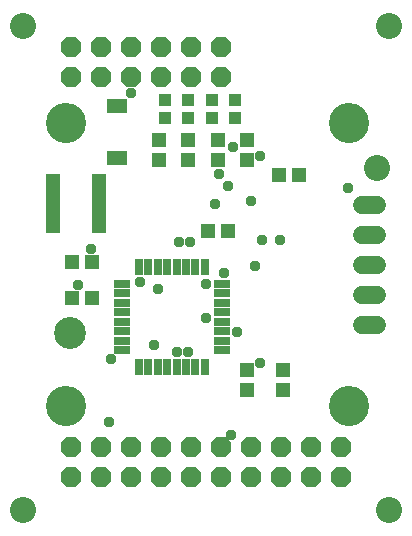
<source format=gbr>
G04 EAGLE Gerber RS-274X export*
G75*
%MOMM*%
%FSLAX34Y34*%
%LPD*%
%INSoldermask Top*%
%IPPOS*%
%AMOC8*
5,1,8,0,0,1.08239X$1,22.5*%
G01*
%ADD10C,2.203200*%
%ADD11R,1.303200X1.203200*%
%ADD12R,1.203200X1.303200*%
%ADD13P,1.869504X8X202.500000*%
%ADD14R,1.003200X1.003200*%
%ADD15R,1.803200X1.253200*%
%ADD16R,0.703200X1.403200*%
%ADD17R,1.403200X0.703200*%
%ADD18C,3.403200*%
%ADD19C,1.511200*%
%ADD20P,1.869504X8X22.500000*%
%ADD21C,2.703200*%
%ADD22R,1.303200X0.503200*%
%ADD23C,0.959600*%


D10*
X20000Y430000D03*
X20000Y20000D03*
X330000Y20000D03*
X330000Y430000D03*
D11*
X78500Y200000D03*
X61500Y200000D03*
D12*
X210000Y138500D03*
X210000Y121500D03*
X240000Y138500D03*
X240000Y121500D03*
D11*
X78500Y230000D03*
X61500Y230000D03*
D13*
X289300Y48100D03*
X263900Y48100D03*
X238500Y48100D03*
X213100Y48100D03*
X187700Y48100D03*
X162300Y48100D03*
X136900Y48100D03*
X111500Y48100D03*
X86100Y48100D03*
X60700Y48100D03*
X289300Y73500D03*
X263900Y73500D03*
X238500Y73500D03*
X213100Y73500D03*
X187700Y73500D03*
X162300Y73500D03*
X136900Y73500D03*
X111500Y73500D03*
X86100Y73500D03*
X60700Y73500D03*
D14*
X140000Y352500D03*
X140000Y367500D03*
X160000Y352500D03*
X160000Y367500D03*
X180000Y352500D03*
X180000Y367500D03*
D12*
X177060Y256250D03*
X194060Y256250D03*
X237170Y303560D03*
X254170Y303560D03*
D11*
X185000Y316500D03*
X185000Y333500D03*
X135000Y316500D03*
X135000Y333500D03*
X160000Y316500D03*
X160000Y333500D03*
D15*
X99820Y362580D03*
X99820Y318080D03*
D16*
X118160Y141180D03*
X126160Y141180D03*
X134160Y141180D03*
X142160Y141180D03*
X150160Y141180D03*
X158160Y141180D03*
X166160Y141180D03*
X174160Y141180D03*
D17*
X103660Y155680D03*
X103660Y163680D03*
X103660Y171680D03*
X103660Y179680D03*
X103660Y187680D03*
X103660Y195680D03*
X103660Y203680D03*
X103660Y211680D03*
X188660Y155680D03*
X188660Y163680D03*
X188660Y171680D03*
X188660Y179680D03*
X188660Y187680D03*
X188660Y195680D03*
X188660Y203680D03*
X188660Y211680D03*
D16*
X118160Y226180D03*
X126160Y226180D03*
X134160Y226180D03*
X142160Y226180D03*
X150160Y226180D03*
X158160Y226180D03*
X166160Y226180D03*
X174160Y226180D03*
D18*
X56200Y108000D03*
X296200Y108000D03*
X296200Y348000D03*
X56200Y348000D03*
D19*
X306820Y177200D02*
X319900Y177200D01*
X319900Y202600D02*
X306820Y202600D01*
X306820Y228000D02*
X319900Y228000D01*
X319900Y253400D02*
X306820Y253400D01*
X306820Y278800D02*
X319900Y278800D01*
D20*
X60500Y411900D03*
X85900Y411900D03*
X111300Y411900D03*
X136700Y411900D03*
X162100Y411900D03*
X187500Y411900D03*
X60500Y386500D03*
X85900Y386500D03*
X111300Y386500D03*
X136700Y386500D03*
X162100Y386500D03*
X187500Y386500D03*
D21*
X60000Y170000D03*
D22*
X45500Y302500D03*
X45500Y297500D03*
X45500Y292500D03*
X45500Y287500D03*
X45500Y282500D03*
X45500Y277500D03*
X45500Y272500D03*
X45500Y267500D03*
X45500Y262500D03*
X45500Y257500D03*
X84500Y257500D03*
X84500Y262500D03*
X84500Y267500D03*
X84500Y272500D03*
X84500Y277500D03*
X84500Y282500D03*
X84500Y287500D03*
X84500Y292500D03*
X84500Y297500D03*
X84500Y302500D03*
D10*
X320000Y310000D03*
D14*
X200000Y352500D03*
X200000Y367500D03*
D11*
X210000Y316500D03*
X210000Y333500D03*
D23*
X94488Y147828D03*
X131064Y160020D03*
X198120Y327660D03*
X185928Y304800D03*
X182880Y278892D03*
X92964Y94488D03*
X134112Y207264D03*
X196596Y83820D03*
X220980Y320040D03*
X111252Y373380D03*
X77724Y240792D03*
X193548Y294132D03*
X160020Y153924D03*
X161544Y246888D03*
X190500Y220980D03*
X175260Y211836D03*
X216408Y227076D03*
X175260Y182880D03*
X295656Y292608D03*
X118872Y213360D03*
X152400Y246888D03*
X222504Y248412D03*
X150876Y153924D03*
X201168Y170688D03*
X237744Y248412D03*
X67056Y210312D03*
X213360Y281940D03*
X220980Y144780D03*
M02*

</source>
